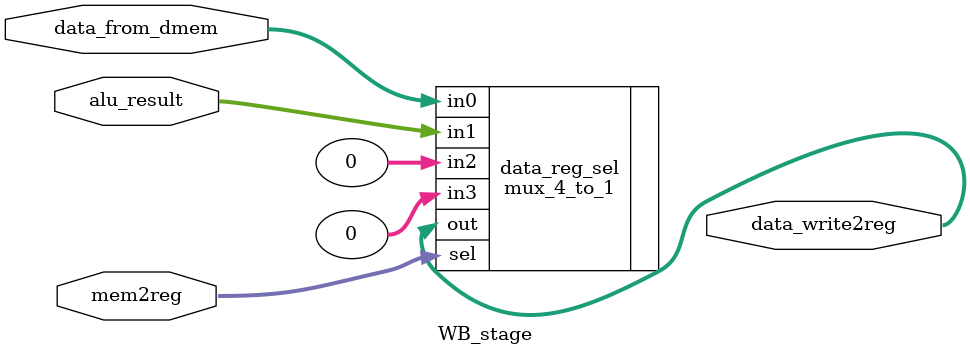
<source format=v>
module WB_stage (
    input       [1:0]   mem2reg,
    input       [31:0]  data_from_dmem,
    input       [31:0]  alu_result,

    output      [31:0]  data_write2reg
);

    mux_4_to_1 #(32) data_reg_sel (
        .in0(data_from_dmem),
        .in1(alu_result),
        .in2(0),
        .in3(0),
        .sel(mem2reg),

        .out(data_write2reg)
    );

endmodule
</source>
